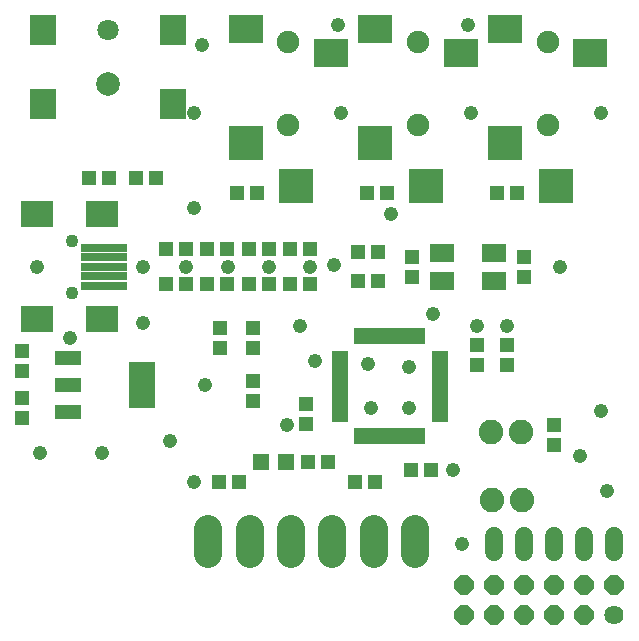
<source format=gts>
G75*
%MOIN*%
%OFA0B0*%
%FSLAX24Y24*%
%IPPOS*%
%LPD*%
%AMOC8*
5,1,8,0,0,1.08239X$1,22.5*
%
%ADD10R,0.0907X0.0474*%
%ADD11R,0.0907X0.1537*%
%ADD12R,0.0474X0.0513*%
%ADD13R,0.0513X0.0474*%
%ADD14C,0.0820*%
%ADD15C,0.0600*%
%ADD16R,0.1576X0.0277*%
%ADD17R,0.1064X0.0867*%
%ADD18C,0.0434*%
%ADD19C,0.0749*%
%ADD20R,0.1182X0.0946*%
%ADD21R,0.1182X0.1182*%
%ADD22C,0.0640*%
%ADD23OC8,0.0640*%
%ADD24C,0.0920*%
%ADD25R,0.0828X0.0631*%
%ADD26R,0.0552X0.0552*%
%ADD27R,0.0200X0.0550*%
%ADD28R,0.0550X0.0200*%
%ADD29R,0.0867X0.1025*%
%ADD30C,0.0710*%
%ADD31C,0.0789*%
%ADD32C,0.0476*%
D10*
X002429Y008396D03*
X002429Y009302D03*
X002429Y010207D03*
D11*
X004870Y009302D03*
D12*
X007488Y010542D03*
X007488Y011211D03*
X007724Y013829D03*
X007055Y013829D03*
X006346Y013829D03*
X005677Y013829D03*
X005362Y016191D03*
X004693Y016191D03*
X003787Y016191D03*
X003118Y016191D03*
X008039Y015699D03*
X008709Y015699D03*
X008433Y013829D03*
X009102Y013829D03*
X009811Y013829D03*
X010480Y013829D03*
X012370Y015699D03*
X013039Y015699D03*
X013886Y013573D03*
X013886Y012904D03*
X016051Y010621D03*
X016051Y009951D03*
X017035Y009951D03*
X017035Y010621D03*
X017626Y012904D03*
X017626Y013573D03*
X017370Y015699D03*
X016701Y015699D03*
X010343Y008652D03*
X010343Y007983D03*
X010402Y006743D03*
X011071Y006743D03*
X008118Y006054D03*
X007449Y006054D03*
X000894Y008180D03*
X000894Y008849D03*
X000894Y009754D03*
X000894Y010424D03*
D13*
X005677Y012648D03*
X006346Y012648D03*
X007055Y012648D03*
X007724Y012648D03*
X008433Y012648D03*
X009102Y012648D03*
X009811Y012648D03*
X010480Y012648D03*
X012075Y012747D03*
X012744Y012747D03*
X012744Y013731D03*
X012075Y013731D03*
X008571Y011211D03*
X008571Y010542D03*
X008571Y009440D03*
X008571Y008770D03*
X011976Y006054D03*
X012646Y006054D03*
X013846Y006447D03*
X014516Y006447D03*
X018610Y007294D03*
X018610Y007963D03*
D14*
X017528Y007727D03*
X016528Y007727D03*
X016543Y005463D03*
X017543Y005463D03*
D15*
X017610Y004247D02*
X017610Y003727D01*
X016610Y003727D02*
X016610Y004247D01*
X018610Y004247D02*
X018610Y003727D01*
X019610Y003727D02*
X019610Y004247D01*
X020610Y004247D02*
X020610Y003727D01*
D16*
X003610Y012609D03*
X003610Y012924D03*
X003610Y013239D03*
X003610Y013554D03*
X003610Y013869D03*
D17*
X003551Y014991D03*
X001386Y014991D03*
X001386Y011487D03*
X003551Y011487D03*
D18*
X002547Y012373D03*
X002547Y014105D03*
D19*
X009752Y017963D03*
X009752Y020719D03*
X014083Y020719D03*
X014083Y017963D03*
X018413Y017963D03*
X018413Y020719D03*
D20*
X019831Y020365D03*
X016996Y021152D03*
X015500Y020365D03*
X012665Y021152D03*
X011169Y020365D03*
X008335Y021152D03*
D21*
X008335Y017373D03*
X010028Y015916D03*
X012665Y017373D03*
X014358Y015916D03*
X016996Y017373D03*
X018689Y015916D03*
D22*
X020618Y001617D03*
D23*
X020618Y002617D03*
X019618Y002617D03*
X018618Y002617D03*
X017618Y002617D03*
X016618Y002617D03*
X015618Y002617D03*
X015618Y001617D03*
X016618Y001617D03*
X017618Y001617D03*
X018618Y001617D03*
X019618Y001617D03*
D24*
X013984Y003665D02*
X013984Y004505D01*
X012606Y004505D02*
X012606Y003665D01*
X011228Y003665D02*
X011228Y004505D01*
X009850Y004505D02*
X009850Y003665D01*
X008472Y003665D02*
X008472Y004505D01*
X007094Y004505D02*
X007094Y003665D01*
D25*
X014890Y012766D03*
X014890Y013711D03*
X016622Y013711D03*
X016622Y012766D03*
D26*
X009673Y006743D03*
X008846Y006743D03*
D27*
X012065Y007579D03*
X012262Y007579D03*
X012459Y007579D03*
X012656Y007579D03*
X012852Y007579D03*
X013049Y007579D03*
X013246Y007579D03*
X013443Y007579D03*
X013640Y007579D03*
X013837Y007579D03*
X014033Y007579D03*
X014230Y007579D03*
X014230Y010926D03*
X014033Y010926D03*
X013837Y010926D03*
X013640Y010926D03*
X013443Y010926D03*
X013246Y010926D03*
X013049Y010926D03*
X012852Y010926D03*
X012656Y010926D03*
X012459Y010926D03*
X012262Y010926D03*
X012065Y010926D03*
D28*
X011474Y010335D03*
X011474Y010138D03*
X011474Y009941D03*
X011474Y009745D03*
X011474Y009548D03*
X011474Y009351D03*
X011474Y009154D03*
X011474Y008957D03*
X011474Y008760D03*
X011474Y008564D03*
X011474Y008367D03*
X011474Y008170D03*
X014821Y008170D03*
X014821Y008367D03*
X014821Y008564D03*
X014821Y008760D03*
X014821Y008957D03*
X014821Y009154D03*
X014821Y009351D03*
X014821Y009548D03*
X014821Y009745D03*
X014821Y009941D03*
X014821Y010138D03*
X014821Y010335D03*
D29*
X005913Y018672D03*
X005913Y021113D03*
X001583Y021113D03*
X001583Y018672D03*
D30*
X003748Y021113D03*
D31*
X003748Y019341D03*
D32*
X001484Y007038D03*
X003551Y007038D03*
X005815Y007432D03*
X006602Y006054D03*
X006996Y009302D03*
X004929Y011369D03*
X004929Y013239D03*
X006356Y013239D03*
X007734Y013239D03*
X009112Y013239D03*
X010490Y013239D03*
X011278Y013288D03*
X010146Y011270D03*
X010638Y010089D03*
X012409Y009991D03*
X013787Y009892D03*
X013787Y008514D03*
X012508Y008514D03*
X015264Y006447D03*
X015559Y003987D03*
X019496Y006940D03*
X020382Y005758D03*
X020185Y008416D03*
X017035Y011270D03*
X016051Y011270D03*
X014575Y011664D03*
X013197Y015010D03*
X011524Y018357D03*
X011425Y021310D03*
X015756Y021310D03*
X015854Y018357D03*
X020185Y018357D03*
X018807Y013239D03*
X009703Y007973D03*
X006602Y015207D03*
X006602Y018357D03*
X006898Y020621D03*
X001386Y013239D03*
X002469Y010877D03*
M02*

</source>
